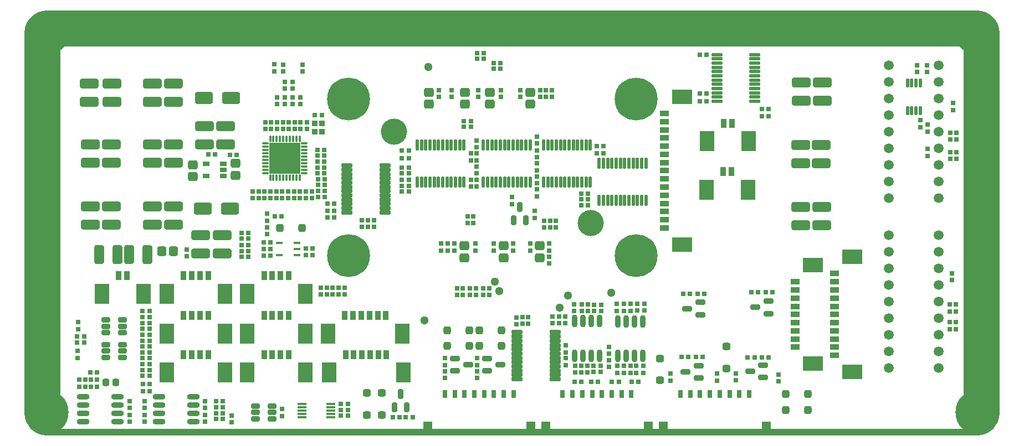
<source format=gbr>
G04*
G04 #@! TF.GenerationSoftware,Altium Limited,Altium Designer,24.9.1 (31)*
G04*
G04 Layer_Color=16711935*
%FSLAX44Y44*%
%MOMM*%
G71*
G04*
G04 #@! TF.SameCoordinates,11843470-2C0B-4DC8-9AB9-1888B6BF92CD*
G04*
G04*
G04 #@! TF.FilePolarity,Negative*
G04*
G01*
G75*
G04:AMPARAMS|DCode=76|XSize=1.1032mm|YSize=1.1532mm|CornerRadius=0.2016mm|HoleSize=0mm|Usage=FLASHONLY|Rotation=0.000|XOffset=0mm|YOffset=0mm|HoleType=Round|Shape=RoundedRectangle|*
%AMROUNDEDRECTD76*
21,1,1.1032,0.7500,0,0,0.0*
21,1,0.7000,1.1532,0,0,0.0*
1,1,0.4032,0.3500,-0.3750*
1,1,0.4032,-0.3500,-0.3750*
1,1,0.4032,-0.3500,0.3750*
1,1,0.4032,0.3500,0.3750*
%
%ADD76ROUNDEDRECTD76*%
G04:AMPARAMS|DCode=87|XSize=1.1532mm|YSize=1.0532mm|CornerRadius=0.3141mm|HoleSize=0mm|Usage=FLASHONLY|Rotation=270.000|XOffset=0mm|YOffset=0mm|HoleType=Round|Shape=RoundedRectangle|*
%AMROUNDEDRECTD87*
21,1,1.1532,0.4250,0,0,270.0*
21,1,0.5250,1.0532,0,0,270.0*
1,1,0.6282,-0.2125,-0.2625*
1,1,0.6282,-0.2125,0.2625*
1,1,0.6282,0.2125,0.2625*
1,1,0.6282,0.2125,-0.2625*
%
%ADD87ROUNDEDRECTD87*%
G04:AMPARAMS|DCode=91|XSize=1.4032mm|YSize=1.5032mm|CornerRadius=0.3516mm|HoleSize=0mm|Usage=FLASHONLY|Rotation=180.000|XOffset=0mm|YOffset=0mm|HoleType=Round|Shape=RoundedRectangle|*
%AMROUNDEDRECTD91*
21,1,1.4032,0.8000,0,0,180.0*
21,1,0.7000,1.5032,0,0,180.0*
1,1,0.7032,-0.3500,0.4000*
1,1,0.7032,0.3500,0.4000*
1,1,0.7032,0.3500,-0.4000*
1,1,0.7032,-0.3500,-0.4000*
%
%ADD91ROUNDEDRECTD91*%
G04:AMPARAMS|DCode=102|XSize=1.8432mm|YSize=0.7932mm|CornerRadius=0.2491mm|HoleSize=0mm|Usage=FLASHONLY|Rotation=180.000|XOffset=0mm|YOffset=0mm|HoleType=Round|Shape=RoundedRectangle|*
%AMROUNDEDRECTD102*
21,1,1.8432,0.2950,0,0,180.0*
21,1,1.3450,0.7932,0,0,180.0*
1,1,0.4982,-0.6725,0.1475*
1,1,0.4982,0.6725,0.1475*
1,1,0.4982,0.6725,-0.1475*
1,1,0.4982,-0.6725,-0.1475*
%
%ADD102ROUNDEDRECTD102*%
G04:AMPARAMS|DCode=103|XSize=1.4132mm|YSize=0.7932mm|CornerRadius=0.1754mm|HoleSize=0mm|Usage=FLASHONLY|Rotation=180.000|XOffset=0mm|YOffset=0mm|HoleType=Round|Shape=RoundedRectangle|*
%AMROUNDEDRECTD103*
21,1,1.4132,0.4425,0,0,180.0*
21,1,1.0625,0.7932,0,0,180.0*
1,1,0.3507,-0.5313,0.2213*
1,1,0.3507,0.5313,0.2213*
1,1,0.3507,0.5313,-0.2213*
1,1,0.3507,-0.5313,-0.2213*
%
%ADD103ROUNDEDRECTD103*%
G04:AMPARAMS|DCode=114|XSize=1.5232mm|YSize=0.8032mm|CornerRadius=0.1766mm|HoleSize=0mm|Usage=FLASHONLY|Rotation=180.000|XOffset=0mm|YOffset=0mm|HoleType=Round|Shape=RoundedRectangle|*
%AMROUNDEDRECTD114*
21,1,1.5232,0.4500,0,0,180.0*
21,1,1.1700,0.8032,0,0,180.0*
1,1,0.3532,-0.5850,0.2250*
1,1,0.3532,0.5850,0.2250*
1,1,0.3532,0.5850,-0.2250*
1,1,0.3532,-0.5850,-0.2250*
%
%ADD114ROUNDEDRECTD114*%
G04:AMPARAMS|DCode=115|XSize=1.8432mm|YSize=0.7932mm|CornerRadius=0.2491mm|HoleSize=0mm|Usage=FLASHONLY|Rotation=90.000|XOffset=0mm|YOffset=0mm|HoleType=Round|Shape=RoundedRectangle|*
%AMROUNDEDRECTD115*
21,1,1.8432,0.2950,0,0,90.0*
21,1,1.3450,0.7932,0,0,90.0*
1,1,0.4982,0.1475,0.6725*
1,1,0.4982,0.1475,-0.6725*
1,1,0.4982,-0.1475,-0.6725*
1,1,0.4982,-0.1475,0.6725*
%
%ADD115ROUNDEDRECTD115*%
G04:AMPARAMS|DCode=116|XSize=0.75mm|YSize=0.7mm|CornerRadius=0.2mm|HoleSize=0mm|Usage=FLASHONLY|Rotation=90.000|XOffset=0mm|YOffset=0mm|HoleType=Round|Shape=RoundedRectangle|*
%AMROUNDEDRECTD116*
21,1,0.7500,0.3000,0,0,90.0*
21,1,0.3500,0.7000,0,0,90.0*
1,1,0.4000,0.1500,0.1750*
1,1,0.4000,0.1500,-0.1750*
1,1,0.4000,-0.1500,-0.1750*
1,1,0.4000,-0.1500,0.1750*
%
%ADD116ROUNDEDRECTD116*%
%ADD117R,0.7524X1.1524*%
%ADD118R,1.4024X1.9524*%
G04:AMPARAMS|DCode=123|XSize=0.75mm|YSize=0.7mm|CornerRadius=0.2mm|HoleSize=0mm|Usage=FLASHONLY|Rotation=180.000|XOffset=0mm|YOffset=0mm|HoleType=Round|Shape=RoundedRectangle|*
%AMROUNDEDRECTD123*
21,1,0.7500,0.3000,0,0,180.0*
21,1,0.3500,0.7000,0,0,180.0*
1,1,0.4000,-0.1750,0.1500*
1,1,0.4000,0.1750,0.1500*
1,1,0.4000,0.1750,-0.1500*
1,1,0.4000,-0.1750,-0.1500*
%
%ADD123ROUNDEDRECTD123*%
G04:AMPARAMS|DCode=125|XSize=1.4032mm|YSize=1.5032mm|CornerRadius=0.3516mm|HoleSize=0mm|Usage=FLASHONLY|Rotation=270.000|XOffset=0mm|YOffset=0mm|HoleType=Round|Shape=RoundedRectangle|*
%AMROUNDEDRECTD125*
21,1,1.4032,0.8000,0,0,270.0*
21,1,0.7000,1.5032,0,0,270.0*
1,1,0.7032,-0.4000,-0.3500*
1,1,0.7032,-0.4000,0.3500*
1,1,0.7032,0.4000,0.3500*
1,1,0.7032,0.4000,-0.3500*
%
%ADD125ROUNDEDRECTD125*%
%ADD131C,1.3000*%
%ADD133C,1.5000*%
%ADD134C,1.5240*%
%ADD135C,6.5532*%
%ADD136C,4.0000*%
G04:AMPARAMS|DCode=155|XSize=1.3081mm|YSize=0.4572mm|CornerRadius=0.1143mm|HoleSize=0mm|Usage=FLASHONLY|Rotation=270.000|XOffset=0mm|YOffset=0mm|HoleType=Round|Shape=RoundedRectangle|*
%AMROUNDEDRECTD155*
21,1,1.3081,0.2286,0,0,270.0*
21,1,1.0795,0.4572,0,0,270.0*
1,1,0.2286,-0.1143,-0.5397*
1,1,0.2286,-0.1143,0.5397*
1,1,0.2286,0.1143,0.5397*
1,1,0.2286,0.1143,-0.5397*
%
%ADD155ROUNDEDRECTD155*%
%ADD156R,0.9779X0.4064*%
%ADD163R,1.4000X0.3000*%
G04:AMPARAMS|DCode=168|XSize=1.1mm|YSize=0.6mm|CornerRadius=0.05mm|HoleSize=0mm|Usage=FLASHONLY|Rotation=180.000|XOffset=0mm|YOffset=0mm|HoleType=Round|Shape=RoundedRectangle|*
%AMROUNDEDRECTD168*
21,1,1.1000,0.5000,0,0,180.0*
21,1,1.0000,0.6000,0,0,180.0*
1,1,0.1000,-0.5000,0.2500*
1,1,0.1000,0.5000,0.2500*
1,1,0.1000,0.5000,-0.2500*
1,1,0.1000,-0.5000,-0.2500*
%
%ADD168ROUNDEDRECTD168*%
G04:AMPARAMS|DCode=174|XSize=1.1032mm|YSize=1.1532mm|CornerRadius=0.2016mm|HoleSize=0mm|Usage=FLASHONLY|Rotation=270.000|XOffset=0mm|YOffset=0mm|HoleType=Round|Shape=RoundedRectangle|*
%AMROUNDEDRECTD174*
21,1,1.1032,0.7500,0,0,270.0*
21,1,0.7000,1.1532,0,0,270.0*
1,1,0.4032,-0.3750,-0.3500*
1,1,0.4032,-0.3750,0.3500*
1,1,0.4032,0.3750,0.3500*
1,1,0.4032,0.3750,-0.3500*
%
%ADD174ROUNDEDRECTD174*%
%ADD175R,1.4524X0.9524*%
%ADD176R,3.1524X2.2524*%
G04:AMPARAMS|DCode=177|XSize=1.67mm|YSize=0.51mm|CornerRadius=0.1013mm|HoleSize=0mm|Usage=FLASHONLY|Rotation=0.000|XOffset=0mm|YOffset=0mm|HoleType=Round|Shape=RoundedRectangle|*
%AMROUNDEDRECTD177*
21,1,1.6700,0.3075,0,0,0.0*
21,1,1.4675,0.5100,0,0,0.0*
1,1,0.2025,0.7338,-0.1538*
1,1,0.2025,-0.7338,-0.1538*
1,1,0.2025,-0.7338,0.1538*
1,1,0.2025,0.7338,0.1538*
%
%ADD177ROUNDEDRECTD177*%
G04:AMPARAMS|DCode=178|XSize=2.9032mm|YSize=1.5032mm|CornerRadius=0.3516mm|HoleSize=0mm|Usage=FLASHONLY|Rotation=180.000|XOffset=0mm|YOffset=0mm|HoleType=Round|Shape=RoundedRectangle|*
%AMROUNDEDRECTD178*
21,1,2.9032,0.8000,0,0,180.0*
21,1,2.2000,1.5032,0,0,180.0*
1,1,0.7032,-1.1000,0.4000*
1,1,0.7032,1.1000,0.4000*
1,1,0.7032,1.1000,-0.4000*
1,1,0.7032,-1.1000,-0.4000*
%
%ADD178ROUNDEDRECTD178*%
G04:AMPARAMS|DCode=179|XSize=1.7032mm|YSize=0.6532mm|CornerRadius=0.2141mm|HoleSize=0mm|Usage=FLASHONLY|Rotation=180.000|XOffset=0mm|YOffset=0mm|HoleType=Round|Shape=RoundedRectangle|*
%AMROUNDEDRECTD179*
21,1,1.7032,0.2250,0,0,180.0*
21,1,1.2750,0.6532,0,0,180.0*
1,1,0.4282,-0.6375,0.1125*
1,1,0.4282,0.6375,0.1125*
1,1,0.4282,0.6375,-0.1125*
1,1,0.4282,-0.6375,-0.1125*
%
%ADD179ROUNDEDRECTD179*%
G04:AMPARAMS|DCode=180|XSize=1.5232mm|YSize=0.8032mm|CornerRadius=0.1766mm|HoleSize=0mm|Usage=FLASHONLY|Rotation=90.000|XOffset=0mm|YOffset=0mm|HoleType=Round|Shape=RoundedRectangle|*
%AMROUNDEDRECTD180*
21,1,1.5232,0.4500,0,0,90.0*
21,1,1.1700,0.8032,0,0,90.0*
1,1,0.3532,0.2250,0.5850*
1,1,0.3532,0.2250,-0.5850*
1,1,0.3532,-0.2250,-0.5850*
1,1,0.3532,-0.2250,0.5850*
%
%ADD180ROUNDEDRECTD180*%
%ADD181R,0.9524X1.4524*%
%ADD182R,2.2524X3.1524*%
G04:AMPARAMS|DCode=183|XSize=2.9032mm|YSize=1.5032mm|CornerRadius=0.3516mm|HoleSize=0mm|Usage=FLASHONLY|Rotation=270.000|XOffset=0mm|YOffset=0mm|HoleType=Round|Shape=RoundedRectangle|*
%AMROUNDEDRECTD183*
21,1,2.9032,0.8000,0,0,270.0*
21,1,2.2000,1.5032,0,0,270.0*
1,1,0.7032,-0.4000,-1.1000*
1,1,0.7032,-0.4000,1.1000*
1,1,0.7032,0.4000,1.1000*
1,1,0.7032,0.4000,-1.1000*
%
%ADD183ROUNDEDRECTD183*%
G04:AMPARAMS|DCode=184|XSize=1.8532mm|YSize=2.7532mm|CornerRadius=0.3516mm|HoleSize=0mm|Usage=FLASHONLY|Rotation=90.000|XOffset=0mm|YOffset=0mm|HoleType=Round|Shape=RoundedRectangle|*
%AMROUNDEDRECTD184*
21,1,1.8532,2.0500,0,0,90.0*
21,1,1.1500,2.7532,0,0,90.0*
1,1,0.7032,1.0250,0.5750*
1,1,0.7032,1.0250,-0.5750*
1,1,0.7032,-1.0250,-0.5750*
1,1,0.7032,-1.0250,0.5750*
%
%ADD184ROUNDEDRECTD184*%
G04:AMPARAMS|DCode=185|XSize=0.94mm|YSize=0.36mm|CornerRadius=0.0825mm|HoleSize=0mm|Usage=FLASHONLY|Rotation=270.000|XOffset=0mm|YOffset=0mm|HoleType=Round|Shape=RoundedRectangle|*
%AMROUNDEDRECTD185*
21,1,0.9400,0.1950,0,0,270.0*
21,1,0.7750,0.3600,0,0,270.0*
1,1,0.1650,-0.0975,-0.3875*
1,1,0.1650,-0.0975,0.3875*
1,1,0.1650,0.0975,0.3875*
1,1,0.1650,0.0975,-0.3875*
%
%ADD185ROUNDEDRECTD185*%
G04:AMPARAMS|DCode=186|XSize=0.36mm|YSize=0.94mm|CornerRadius=0.0825mm|HoleSize=0mm|Usage=FLASHONLY|Rotation=270.000|XOffset=0mm|YOffset=0mm|HoleType=Round|Shape=RoundedRectangle|*
%AMROUNDEDRECTD186*
21,1,0.3600,0.7750,0,0,270.0*
21,1,0.1950,0.9400,0,0,270.0*
1,1,0.1650,-0.3875,-0.0975*
1,1,0.1650,-0.3875,0.0975*
1,1,0.1650,0.3875,0.0975*
1,1,0.1650,0.3875,-0.0975*
%
%ADD186ROUNDEDRECTD186*%
%ADD187R,4.7000X4.7000*%
G04:AMPARAMS|DCode=188|XSize=1.67mm|YSize=0.51mm|CornerRadius=0.1013mm|HoleSize=0mm|Usage=FLASHONLY|Rotation=270.000|XOffset=0mm|YOffset=0mm|HoleType=Round|Shape=RoundedRectangle|*
%AMROUNDEDRECTD188*
21,1,1.6700,0.3075,0,0,270.0*
21,1,1.4675,0.5100,0,0,270.0*
1,1,0.2025,-0.1538,-0.7338*
1,1,0.2025,-0.1538,0.7338*
1,1,0.2025,0.1538,0.7338*
1,1,0.2025,0.1538,-0.7338*
%
%ADD188ROUNDEDRECTD188*%
%ADD189R,0.8500X0.9500*%
G36*
X40000Y655000D02*
X1460000D01*
X1460000Y655000D01*
X1462294Y655000D01*
X1466843Y654401D01*
X1471275Y653214D01*
X1475513Y651458D01*
X1479487Y649164D01*
X1483127Y646371D01*
X1486371Y643127D01*
X1489164Y639487D01*
X1491458Y635514D01*
X1493214Y631275D01*
X1494401Y626843D01*
X1495000Y622294D01*
X1495000Y620000D01*
X1495000Y40000D01*
X1495000Y40000D01*
Y37706D01*
X1494401Y33157D01*
X1493213Y28725D01*
X1491458Y24486D01*
X1489164Y20513D01*
X1486371Y16873D01*
X1483126Y13629D01*
X1479487Y10836D01*
X1475513Y8542D01*
X1471274Y6786D01*
X1466843Y5599D01*
X1462294Y5000D01*
X39998D01*
X37704Y5000D01*
X33155Y5599D01*
X28723Y6786D01*
X24485Y8542D01*
X20512Y10836D01*
X16872Y13629D01*
X13628Y16874D01*
X10835Y20513D01*
X8541Y24487D01*
X6786Y28726D01*
X5598Y33157D01*
X5000Y37706D01*
X5000Y40000D01*
Y70000D01*
Y110000D01*
Y620000D01*
X5000Y622294D01*
X5598Y626843D01*
X6786Y631275D01*
X8541Y635514D01*
X10835Y639487D01*
X13628Y643127D01*
X16873Y646372D01*
X20513Y649165D01*
X24486Y651459D01*
X28725Y653214D01*
X33157Y654401D01*
X37706Y655000D01*
X40000Y655000D01*
D02*
G37*
%LPC*%
G36*
X1440001Y600000D02*
X60000D01*
Y110000D01*
Y70000D01*
Y15157D01*
X1440000D01*
X1440001Y600000D01*
D02*
G37*
%LPD*%
D76*
X1168189Y67968D02*
D03*
X1201800Y68000D02*
D03*
X1168189Y43968D02*
D03*
X1201800Y44000D02*
D03*
X700190Y141968D02*
D03*
X733800Y142000D02*
D03*
X651189Y141968D02*
D03*
X684800Y142000D02*
D03*
X651189Y165968D02*
D03*
X684800Y166000D02*
D03*
X700189Y165968D02*
D03*
X733800Y166000D02*
D03*
X428800Y322250D02*
D03*
X395189Y322218D02*
D03*
D87*
X129250Y86000D02*
D03*
X144750D02*
D03*
D91*
X233000Y287002D02*
D03*
X215000D02*
D03*
D102*
X94650Y51350D02*
D03*
Y38650D02*
D03*
X147350Y64050D02*
D03*
Y25950D02*
D03*
X94650D02*
D03*
Y64050D02*
D03*
X147350Y38650D02*
D03*
Y51350D02*
D03*
X263350Y25950D02*
D03*
X210650Y51350D02*
D03*
Y25950D02*
D03*
Y38650D02*
D03*
X263350Y64050D02*
D03*
X210650D02*
D03*
X263350Y38650D02*
D03*
Y51350D02*
D03*
D103*
X358450Y30500D02*
D03*
Y49500D02*
D03*
X383550D02*
D03*
Y40000D02*
D03*
Y30500D02*
D03*
X358450Y40000D02*
D03*
X129450Y143500D02*
D03*
Y134000D02*
D03*
Y124500D02*
D03*
X154550D02*
D03*
Y143500D02*
D03*
Y134000D02*
D03*
Y181500D02*
D03*
Y162500D02*
D03*
X129450D02*
D03*
Y172000D02*
D03*
Y181500D02*
D03*
X154550Y172000D02*
D03*
D114*
X1114000Y103000D02*
D03*
X1134000Y112500D02*
D03*
Y93500D02*
D03*
X1122000Y201000D02*
D03*
X1142000Y210500D02*
D03*
Y191500D02*
D03*
X1018000Y199000D02*
D03*
X1038000Y208500D02*
D03*
Y189500D02*
D03*
X1015000Y102000D02*
D03*
X1035000Y111500D02*
D03*
Y92500D02*
D03*
X712000Y103500D02*
D03*
X732000Y113000D02*
D03*
X712000Y122500D02*
D03*
X663000Y103500D02*
D03*
X683000Y113000D02*
D03*
X663000Y122500D02*
D03*
D115*
X871300Y179700D02*
D03*
X884000Y127000D02*
D03*
X858600Y179700D02*
D03*
X845900D02*
D03*
X858600Y127000D02*
D03*
X871300D02*
D03*
X845900D02*
D03*
X884000Y179700D02*
D03*
X937350Y179350D02*
D03*
X950050Y126650D02*
D03*
X924650Y179350D02*
D03*
X911950D02*
D03*
X924650Y126650D02*
D03*
X937350D02*
D03*
X911950D02*
D03*
X950050Y179350D02*
D03*
D116*
X1384000Y571250D02*
D03*
Y560750D02*
D03*
X1385000Y432750D02*
D03*
Y443250D02*
D03*
X1374000Y476750D02*
D03*
Y487250D02*
D03*
X1385000Y480250D02*
D03*
Y469750D02*
D03*
X1369000Y571250D02*
D03*
Y560750D02*
D03*
X253000Y278750D02*
D03*
Y289250D02*
D03*
X415000Y535750D02*
D03*
Y546250D02*
D03*
X696000Y385750D02*
D03*
Y396250D02*
D03*
X430000Y561750D02*
D03*
Y572250D02*
D03*
X638002Y533250D02*
D03*
Y522750D02*
D03*
X793001Y533250D02*
D03*
Y522750D02*
D03*
X763001Y533250D02*
D03*
Y522750D02*
D03*
X722001Y298250D02*
D03*
Y287750D02*
D03*
X752002Y298250D02*
D03*
Y287750D02*
D03*
X662001Y298250D02*
D03*
Y287750D02*
D03*
X694001Y298250D02*
D03*
Y287750D02*
D03*
X778001Y298250D02*
D03*
Y287750D02*
D03*
X733001Y533250D02*
D03*
Y522750D02*
D03*
X807001Y298250D02*
D03*
Y287750D02*
D03*
X658001Y533250D02*
D03*
Y522750D02*
D03*
X698001Y533250D02*
D03*
Y522750D02*
D03*
X1132000Y504250D02*
D03*
Y493750D02*
D03*
X166000Y46750D02*
D03*
Y57250D02*
D03*
X757000Y174750D02*
D03*
Y185250D02*
D03*
X812000Y176750D02*
D03*
Y187250D02*
D03*
X1157000Y87750D02*
D03*
Y98250D02*
D03*
X1092000Y89500D02*
D03*
Y100000D02*
D03*
X1063000Y88750D02*
D03*
Y99250D02*
D03*
X992000Y88750D02*
D03*
Y99250D02*
D03*
X1422000Y242750D02*
D03*
Y253250D02*
D03*
X363000Y378250D02*
D03*
Y367750D02*
D03*
X1424000Y513500D02*
D03*
Y503000D02*
D03*
X281000Y46750D02*
D03*
Y57250D02*
D03*
X391000Y473750D02*
D03*
Y484250D02*
D03*
X382000Y473750D02*
D03*
Y484250D02*
D03*
X437000Y473750D02*
D03*
Y484250D02*
D03*
X86000Y134250D02*
D03*
Y123750D02*
D03*
X87000Y167750D02*
D03*
Y178250D02*
D03*
X880000Y436750D02*
D03*
Y447250D02*
D03*
X403000Y546250D02*
D03*
Y535750D02*
D03*
X642001Y298250D02*
D03*
Y287750D02*
D03*
X652001Y298250D02*
D03*
Y287750D02*
D03*
X706000Y219750D02*
D03*
Y230250D02*
D03*
X675000Y219750D02*
D03*
Y230250D02*
D03*
X400000Y572250D02*
D03*
Y561750D02*
D03*
X386650Y572641D02*
D03*
Y562141D02*
D03*
X391000Y522250D02*
D03*
Y511750D02*
D03*
X427000Y522250D02*
D03*
Y511750D02*
D03*
X403000Y511750D02*
D03*
Y522250D02*
D03*
X415000Y511750D02*
D03*
Y522250D02*
D03*
X775000Y175750D02*
D03*
Y186250D02*
D03*
X831000Y176750D02*
D03*
Y187250D02*
D03*
X1419000Y205250D02*
D03*
Y194750D02*
D03*
X1420000Y427750D02*
D03*
Y438250D02*
D03*
X1428000Y194750D02*
D03*
Y205250D02*
D03*
X1429000Y427750D02*
D03*
Y438250D02*
D03*
X1419000Y178250D02*
D03*
Y167750D02*
D03*
X1420000Y457750D02*
D03*
Y468250D02*
D03*
X1428000Y167750D02*
D03*
Y178250D02*
D03*
X1429000Y457750D02*
D03*
Y468250D02*
D03*
X715000Y219750D02*
D03*
Y230250D02*
D03*
X322000Y24750D02*
D03*
Y35250D02*
D03*
X376000Y323250D02*
D03*
Y312750D02*
D03*
X376000Y344250D02*
D03*
Y333750D02*
D03*
X196000Y83250D02*
D03*
Y72750D02*
D03*
X186000Y83250D02*
D03*
Y72750D02*
D03*
X682000Y340250D02*
D03*
Y329750D02*
D03*
X189000Y57250D02*
D03*
Y46750D02*
D03*
X281000Y36250D02*
D03*
Y25750D02*
D03*
X539000Y334250D02*
D03*
Y323750D02*
D03*
X766000Y175750D02*
D03*
Y186250D02*
D03*
X822000Y176750D02*
D03*
Y187250D02*
D03*
X697000Y103250D02*
D03*
Y92750D02*
D03*
X648000Y103250D02*
D03*
Y92750D02*
D03*
X697000Y112750D02*
D03*
Y123250D02*
D03*
X648000Y112750D02*
D03*
Y123250D02*
D03*
X811000Y533250D02*
D03*
Y522750D02*
D03*
X691000Y340250D02*
D03*
Y329750D02*
D03*
X166000Y25750D02*
D03*
Y36250D02*
D03*
X98000Y79750D02*
D03*
Y90250D02*
D03*
X116000Y90250D02*
D03*
Y79750D02*
D03*
X910000Y206250D02*
D03*
Y195750D02*
D03*
X911000Y100750D02*
D03*
Y111250D02*
D03*
X831950Y132100D02*
D03*
Y142600D02*
D03*
X898000Y129750D02*
D03*
Y140250D02*
D03*
X844950Y205600D02*
D03*
Y195100D02*
D03*
X898000Y120000D02*
D03*
Y109500D02*
D03*
X832000Y123250D02*
D03*
Y112750D02*
D03*
X846950Y101100D02*
D03*
Y111600D02*
D03*
X921000Y206250D02*
D03*
Y195750D02*
D03*
X931000Y206250D02*
D03*
Y195750D02*
D03*
X921000Y100750D02*
D03*
Y111250D02*
D03*
X931000Y100750D02*
D03*
Y111250D02*
D03*
X856950Y205600D02*
D03*
Y195100D02*
D03*
X865950Y205600D02*
D03*
Y195100D02*
D03*
X855950Y101100D02*
D03*
Y111600D02*
D03*
X864950Y101100D02*
D03*
Y111600D02*
D03*
X799210Y333750D02*
D03*
Y323250D02*
D03*
X808210Y333750D02*
D03*
Y323250D02*
D03*
X817210D02*
D03*
Y333750D02*
D03*
X399000Y34750D02*
D03*
Y45250D02*
D03*
X802000Y533250D02*
D03*
Y522750D02*
D03*
X696000Y445750D02*
D03*
Y456250D02*
D03*
X427000Y473750D02*
D03*
Y484250D02*
D03*
X373000Y473750D02*
D03*
Y484250D02*
D03*
X435000Y378250D02*
D03*
Y367750D02*
D03*
X418000Y473750D02*
D03*
Y484250D02*
D03*
X409000Y473750D02*
D03*
Y484250D02*
D03*
X426000Y378250D02*
D03*
Y367750D02*
D03*
X400000Y473750D02*
D03*
Y484250D02*
D03*
X785000Y348250D02*
D03*
Y337750D02*
D03*
X750000Y359000D02*
D03*
Y369500D02*
D03*
X807000Y267750D02*
D03*
Y278250D02*
D03*
X494000Y220750D02*
D03*
Y231250D02*
D03*
X476000Y220750D02*
D03*
Y231250D02*
D03*
X485000Y220750D02*
D03*
Y231250D02*
D03*
X467000Y231250D02*
D03*
Y220750D02*
D03*
X107000Y90250D02*
D03*
Y79750D02*
D03*
X89000D02*
D03*
Y90250D02*
D03*
X408000Y378250D02*
D03*
Y367750D02*
D03*
X399000Y378250D02*
D03*
Y367750D02*
D03*
X390000Y378250D02*
D03*
Y367750D02*
D03*
X381000Y378250D02*
D03*
Y367750D02*
D03*
X372000Y378250D02*
D03*
Y367750D02*
D03*
X354000Y378250D02*
D03*
Y367750D02*
D03*
X417000Y378250D02*
D03*
Y367750D02*
D03*
X666000Y219750D02*
D03*
Y230250D02*
D03*
X695000D02*
D03*
Y219750D02*
D03*
X686000Y230250D02*
D03*
Y219750D02*
D03*
X521000Y334250D02*
D03*
Y323750D02*
D03*
X530000Y334250D02*
D03*
Y323750D02*
D03*
X687000Y385750D02*
D03*
Y396250D02*
D03*
X696000Y436250D02*
D03*
Y425750D02*
D03*
Y416250D02*
D03*
Y405750D02*
D03*
X458000Y220750D02*
D03*
Y231250D02*
D03*
X189000Y36250D02*
D03*
Y25750D02*
D03*
X788000Y462250D02*
D03*
Y451750D02*
D03*
Y370750D02*
D03*
Y381250D02*
D03*
X1142000Y504250D02*
D03*
Y493750D02*
D03*
X890000Y447250D02*
D03*
Y436750D02*
D03*
X687000Y425750D02*
D03*
Y436250D02*
D03*
X788000Y401250D02*
D03*
Y390750D02*
D03*
Y430750D02*
D03*
Y441250D02*
D03*
Y421250D02*
D03*
Y410750D02*
D03*
X444000Y378250D02*
D03*
Y367750D02*
D03*
D117*
X917500Y68700D02*
D03*
X887500D02*
D03*
X857500D02*
D03*
X827500D02*
D03*
X842500D02*
D03*
X872500D02*
D03*
X902500D02*
D03*
X932500D02*
D03*
X722500D02*
D03*
X752500D02*
D03*
X692500D02*
D03*
X662500D02*
D03*
X737500D02*
D03*
X707500D02*
D03*
X677500D02*
D03*
X647500D02*
D03*
X1112500D02*
D03*
X1082500D02*
D03*
X1052500D02*
D03*
X1022500D02*
D03*
X1007500D02*
D03*
X1037500D02*
D03*
X1067500D02*
D03*
X1097500D02*
D03*
D118*
X801450Y16800D02*
D03*
X958550D02*
D03*
X621450D02*
D03*
X778550D02*
D03*
X981450D02*
D03*
X1138550D02*
D03*
D123*
X1047250Y587000D02*
D03*
X1036750D02*
D03*
X285750Y435000D02*
D03*
X296250D02*
D03*
X1047250Y516000D02*
D03*
X1036750D02*
D03*
X478250Y349000D02*
D03*
X467750D02*
D03*
X459250Y495000D02*
D03*
X448750D02*
D03*
X488750Y53000D02*
D03*
X499250D02*
D03*
X387750Y340250D02*
D03*
X398250D02*
D03*
X96250Y147000D02*
D03*
X85750D02*
D03*
X96250Y156000D02*
D03*
X85750D02*
D03*
X381250Y300250D02*
D03*
X370750D02*
D03*
X592250Y406000D02*
D03*
X581750D02*
D03*
X866250Y357000D02*
D03*
X855750D02*
D03*
X318750Y434000D02*
D03*
X329250D02*
D03*
X707250Y590000D02*
D03*
X696750D02*
D03*
X1126250Y224000D02*
D03*
X1115750D02*
D03*
X1137750D02*
D03*
X1148250D02*
D03*
X1120500Y124000D02*
D03*
X1110000D02*
D03*
X1131750D02*
D03*
X1142250D02*
D03*
X1019250Y125000D02*
D03*
X1008750D02*
D03*
X1030750D02*
D03*
X1041250D02*
D03*
X1022250Y222000D02*
D03*
X1011750D02*
D03*
X1033750D02*
D03*
X1044250D02*
D03*
X707250Y581000D02*
D03*
X696750D02*
D03*
X721750Y575000D02*
D03*
X732250D02*
D03*
X721750Y566000D02*
D03*
X732250D02*
D03*
X676750Y486000D02*
D03*
X687250D02*
D03*
X676750Y477000D02*
D03*
X687250D02*
D03*
X488750Y35000D02*
D03*
X499250D02*
D03*
X488750Y44000D02*
D03*
X499250D02*
D03*
X445250Y281250D02*
D03*
X434750D02*
D03*
X445250Y291250D02*
D03*
X434750D02*
D03*
X370750Y280250D02*
D03*
X381250D02*
D03*
X370750Y290250D02*
D03*
X381250D02*
D03*
X336750Y315000D02*
D03*
X347250D02*
D03*
X587750Y33000D02*
D03*
X598250D02*
D03*
X578250Y33000D02*
D03*
X567750D02*
D03*
X308250Y39000D02*
D03*
X297750D02*
D03*
X308250Y48000D02*
D03*
X297750D02*
D03*
X297750Y30000D02*
D03*
X308250D02*
D03*
X297750Y57000D02*
D03*
X308250D02*
D03*
X336750Y306000D02*
D03*
X347250D02*
D03*
X347250Y296000D02*
D03*
X336750D02*
D03*
X196250Y186000D02*
D03*
X185750D02*
D03*
X196250Y177000D02*
D03*
X185750D02*
D03*
X196250Y114000D02*
D03*
X185750D02*
D03*
X196250Y105000D02*
D03*
X185750D02*
D03*
X196250Y150000D02*
D03*
X185750D02*
D03*
X196250Y141000D02*
D03*
X185750D02*
D03*
X185750Y195000D02*
D03*
X196250D02*
D03*
X185750Y168000D02*
D03*
X196250D02*
D03*
X185750Y123000D02*
D03*
X196250D02*
D03*
X185750Y96000D02*
D03*
X196250D02*
D03*
X105750Y101000D02*
D03*
X116250D02*
D03*
X185750Y159000D02*
D03*
X196250D02*
D03*
X185750Y132000D02*
D03*
X196250D02*
D03*
X845750Y87000D02*
D03*
X856250D02*
D03*
X941750Y196000D02*
D03*
X952250D02*
D03*
X932750Y87000D02*
D03*
X943250D02*
D03*
X940000Y111250D02*
D03*
X950500D02*
D03*
X902750Y87000D02*
D03*
X913250D02*
D03*
X875700Y195350D02*
D03*
X886200D02*
D03*
X870750Y87000D02*
D03*
X881250D02*
D03*
X874700Y111350D02*
D03*
X885200D02*
D03*
X941750Y206000D02*
D03*
X952250D02*
D03*
X940000Y100750D02*
D03*
X950500D02*
D03*
X875700Y204350D02*
D03*
X886200D02*
D03*
X874700Y102350D02*
D03*
X885200D02*
D03*
X592250Y441000D02*
D03*
X581750D02*
D03*
X453750Y370000D02*
D03*
X464250D02*
D03*
X452750Y406000D02*
D03*
X463250D02*
D03*
X463250Y415000D02*
D03*
X452750D02*
D03*
X463250Y424000D02*
D03*
X452750D02*
D03*
X463250Y433000D02*
D03*
X452750D02*
D03*
X463250Y442000D02*
D03*
X452750D02*
D03*
X464250Y379000D02*
D03*
X453750D02*
D03*
X347250Y287000D02*
D03*
X336750D02*
D03*
X336750Y278000D02*
D03*
X347250D02*
D03*
X464250Y388000D02*
D03*
X453750D02*
D03*
X581750Y387000D02*
D03*
X592250D02*
D03*
X581750Y378000D02*
D03*
X592250D02*
D03*
X478250Y338000D02*
D03*
X467750D02*
D03*
X478250Y360000D02*
D03*
X467750D02*
D03*
X581750Y396000D02*
D03*
X592250D02*
D03*
X866250Y366000D02*
D03*
X855750D02*
D03*
X1036750Y528000D02*
D03*
X1047250D02*
D03*
X866250Y375000D02*
D03*
X855750D02*
D03*
X592250Y415000D02*
D03*
X581750D02*
D03*
Y429000D02*
D03*
X592250D02*
D03*
X464250Y397000D02*
D03*
X453750D02*
D03*
D125*
X327998Y421000D02*
D03*
Y403000D02*
D03*
X262748Y419000D02*
D03*
Y401000D02*
D03*
X678000Y530000D02*
D03*
Y512000D02*
D03*
X716000Y530000D02*
D03*
Y512000D02*
D03*
X778000Y530000D02*
D03*
Y512000D02*
D03*
X677000Y295000D02*
D03*
Y277000D02*
D03*
X737000Y295000D02*
D03*
Y277000D02*
D03*
X792000Y295000D02*
D03*
Y277000D02*
D03*
X623000Y530000D02*
D03*
Y512000D02*
D03*
D131*
X622000Y569000D02*
D03*
X616000Y181000D02*
D03*
X823000Y200000D02*
D03*
X902000Y223000D02*
D03*
X836000Y219000D02*
D03*
X731000Y226000D02*
D03*
X724000Y240000D02*
D03*
D133*
X1402100Y368400D02*
D03*
Y393800D02*
D03*
X1325900Y368400D02*
D03*
Y393800D02*
D03*
X1402100Y419200D02*
D03*
X1325900D02*
D03*
X1402100Y470000D02*
D03*
Y444600D02*
D03*
Y520800D02*
D03*
X1325900Y571600D02*
D03*
X1402100D02*
D03*
Y546200D02*
D03*
X1325900Y495400D02*
D03*
Y470000D02*
D03*
Y444600D02*
D03*
Y546200D02*
D03*
X1402100Y495400D02*
D03*
X1325900Y520800D02*
D03*
Y286200D02*
D03*
Y184600D02*
D03*
Y210000D02*
D03*
Y235400D02*
D03*
X1402100Y286200D02*
D03*
Y311600D02*
D03*
X1325900D02*
D03*
X1402100Y260800D02*
D03*
X1325900Y159200D02*
D03*
X1402100D02*
D03*
X1325900Y133800D02*
D03*
Y108400D02*
D03*
X1402100Y133800D02*
D03*
Y108400D02*
D03*
Y184600D02*
D03*
Y210000D02*
D03*
Y235400D02*
D03*
X1325900Y260800D02*
D03*
D134*
X17140Y620000D02*
D03*
X23836Y603835D02*
D03*
X40000Y597140D02*
D03*
X23836Y636165D02*
D03*
X40000Y642860D02*
D03*
X56164Y603835D02*
D03*
Y636165D02*
D03*
X62860Y620000D02*
D03*
X1460000Y597140D02*
D03*
X1476164Y603835D02*
D03*
X1443836D02*
D03*
X1482860Y620000D02*
D03*
X1437140D02*
D03*
X1476164Y636165D02*
D03*
X1443836D02*
D03*
X1460000Y642860D02*
D03*
X1443836Y23836D02*
D03*
X1437140Y40000D02*
D03*
X1460000Y17140D02*
D03*
X1476164Y56164D02*
D03*
X1443836D02*
D03*
X1460000Y62860D02*
D03*
X1476164Y23836D02*
D03*
X1482860Y40000D02*
D03*
X23836Y23836D02*
D03*
X40000Y17140D02*
D03*
X17140Y40000D02*
D03*
X56164Y23836D02*
D03*
Y56164D02*
D03*
X62860Y40000D02*
D03*
X23836Y56164D02*
D03*
X40000Y62860D02*
D03*
X483835Y503836D02*
D03*
X500000Y497140D02*
D03*
X516164Y503836D02*
D03*
X477140Y520000D02*
D03*
X522860D02*
D03*
X483835Y536164D02*
D03*
X516164D02*
D03*
X500000Y542860D02*
D03*
X940000Y257140D02*
D03*
X923835Y263836D02*
D03*
X956165D02*
D03*
X917140Y280000D02*
D03*
X923835Y296164D02*
D03*
X962860Y280000D02*
D03*
X940000Y302860D02*
D03*
X956165Y296164D02*
D03*
X483835Y263836D02*
D03*
X500000Y257140D02*
D03*
X516164Y263836D02*
D03*
X477140Y280000D02*
D03*
X522860D02*
D03*
X483835Y296164D02*
D03*
X516164D02*
D03*
X500000Y302860D02*
D03*
X923835Y503836D02*
D03*
X917140Y520000D02*
D03*
X923835Y536164D02*
D03*
X940000Y497140D02*
D03*
X956165Y503836D02*
D03*
Y536164D02*
D03*
X962860Y520000D02*
D03*
X940000Y542860D02*
D03*
D135*
X40000Y620000D02*
D03*
X1460000D02*
D03*
Y40000D02*
D03*
X40000D02*
D03*
X500000Y520000D02*
D03*
X940000Y280000D02*
D03*
X500000D02*
D03*
X940000Y520000D02*
D03*
D136*
X570000Y470000D02*
D03*
X870000Y330000D02*
D03*
D155*
X1354250Y544526D02*
D03*
X1360750D02*
D03*
X1367250D02*
D03*
X1373750D02*
D03*
Y501474D02*
D03*
X1367250D02*
D03*
X1360750D02*
D03*
X1354250D02*
D03*
D156*
X394602Y299775D02*
D03*
Y280725D02*
D03*
X421399Y280852D02*
D03*
Y290250D02*
D03*
Y299648D02*
D03*
D163*
X473000Y48000D02*
D03*
X429000Y38000D02*
D03*
Y33000D02*
D03*
Y48000D02*
D03*
Y43000D02*
D03*
X473000Y38000D02*
D03*
Y43000D02*
D03*
Y53000D02*
D03*
Y33000D02*
D03*
X429000Y53000D02*
D03*
D168*
X282750Y401500D02*
D03*
Y420500D02*
D03*
X308750Y401500D02*
D03*
Y420500D02*
D03*
Y411000D02*
D03*
D174*
X528000Y69800D02*
D03*
X528032Y36189D02*
D03*
X1078032Y107189D02*
D03*
X1078000Y140800D02*
D03*
X976032Y89189D02*
D03*
X976000Y122800D02*
D03*
X551000Y69800D02*
D03*
X551032Y36189D02*
D03*
D175*
X982500Y410000D02*
D03*
Y397500D02*
D03*
Y322500D02*
D03*
Y435000D02*
D03*
Y422500D02*
D03*
Y485000D02*
D03*
Y472500D02*
D03*
Y460000D02*
D03*
Y447500D02*
D03*
Y385000D02*
D03*
Y372500D02*
D03*
Y360000D02*
D03*
Y347500D02*
D03*
Y335000D02*
D03*
Y497500D02*
D03*
X1182500Y240000D02*
D03*
Y215000D02*
D03*
Y202500D02*
D03*
Y190000D02*
D03*
Y177500D02*
D03*
Y165000D02*
D03*
Y152500D02*
D03*
Y140000D02*
D03*
Y227500D02*
D03*
X1242500Y252500D02*
D03*
Y227500D02*
D03*
Y215000D02*
D03*
Y202500D02*
D03*
Y190000D02*
D03*
Y177500D02*
D03*
Y165000D02*
D03*
Y152500D02*
D03*
Y140000D02*
D03*
Y127500D02*
D03*
Y240000D02*
D03*
D176*
X1010000Y297000D02*
D03*
Y523000D02*
D03*
X1210000Y114500D02*
D03*
Y265500D02*
D03*
X1270000Y102000D02*
D03*
Y278000D02*
D03*
D177*
X1063300Y516250D02*
D03*
Y522750D02*
D03*
Y529250D02*
D03*
Y535750D02*
D03*
Y542250D02*
D03*
Y548750D02*
D03*
Y555250D02*
D03*
Y561750D02*
D03*
Y568250D02*
D03*
Y574750D02*
D03*
Y581250D02*
D03*
Y587750D02*
D03*
X1120700D02*
D03*
Y581250D02*
D03*
Y574750D02*
D03*
Y568250D02*
D03*
Y561750D02*
D03*
Y555250D02*
D03*
Y548750D02*
D03*
Y542250D02*
D03*
Y535750D02*
D03*
Y529250D02*
D03*
Y522750D02*
D03*
Y516250D02*
D03*
D178*
X1224000Y517000D02*
D03*
Y545000D02*
D03*
X1192000Y517000D02*
D03*
Y545000D02*
D03*
X1190920Y421653D02*
D03*
Y449653D02*
D03*
X1222920Y421653D02*
D03*
Y449653D02*
D03*
X1222931Y326653D02*
D03*
Y354653D02*
D03*
X1190931Y326653D02*
D03*
Y354653D02*
D03*
X106000Y327000D02*
D03*
Y355000D02*
D03*
X138000Y327000D02*
D03*
Y355000D02*
D03*
X201000Y327000D02*
D03*
Y355000D02*
D03*
X233000Y327000D02*
D03*
Y355000D02*
D03*
X307000Y283000D02*
D03*
Y311000D02*
D03*
X274000Y283000D02*
D03*
Y311000D02*
D03*
X201000Y422000D02*
D03*
Y450000D02*
D03*
X233000Y422000D02*
D03*
Y450000D02*
D03*
X138000Y422000D02*
D03*
Y450000D02*
D03*
X106000Y422000D02*
D03*
Y450000D02*
D03*
X104000Y515000D02*
D03*
Y543000D02*
D03*
X139000Y515000D02*
D03*
Y543000D02*
D03*
X233000Y515000D02*
D03*
Y543000D02*
D03*
X201000Y515000D02*
D03*
Y543000D02*
D03*
X280000Y450000D02*
D03*
Y478000D02*
D03*
X312000Y450000D02*
D03*
Y478000D02*
D03*
D179*
X758000Y91250D02*
D03*
Y97750D02*
D03*
Y104250D02*
D03*
Y110750D02*
D03*
Y117250D02*
D03*
Y123750D02*
D03*
Y130250D02*
D03*
Y136750D02*
D03*
X816000Y117250D02*
D03*
Y110750D02*
D03*
Y104250D02*
D03*
Y97750D02*
D03*
Y143250D02*
D03*
Y136750D02*
D03*
Y130250D02*
D03*
Y123750D02*
D03*
Y162750D02*
D03*
Y149750D02*
D03*
X758000D02*
D03*
Y156250D02*
D03*
X816000D02*
D03*
X758000Y162750D02*
D03*
X816000Y91250D02*
D03*
X758000Y143250D02*
D03*
X498000Y398250D02*
D03*
X556000Y365750D02*
D03*
X498000Y359250D02*
D03*
Y346250D02*
D03*
X556000Y352750D02*
D03*
Y359250D02*
D03*
Y372250D02*
D03*
Y378750D02*
D03*
Y385250D02*
D03*
Y391750D02*
D03*
Y398250D02*
D03*
Y404750D02*
D03*
Y411250D02*
D03*
Y417750D02*
D03*
X498000Y411250D02*
D03*
Y404750D02*
D03*
Y385250D02*
D03*
Y372250D02*
D03*
Y365750D02*
D03*
Y378750D02*
D03*
Y391750D02*
D03*
Y352750D02*
D03*
X556000Y346250D02*
D03*
X498000Y417750D02*
D03*
D180*
X580000Y68000D02*
D03*
X589500Y48000D02*
D03*
X570500D02*
D03*
X752252Y334210D02*
D03*
X771251D02*
D03*
X761751Y354210D02*
D03*
D181*
X408750Y188500D02*
D03*
X383750D02*
D03*
X396250D02*
D03*
X371250D02*
D03*
X495750Y128500D02*
D03*
X545750D02*
D03*
X558250D02*
D03*
X508250D02*
D03*
X533250D02*
D03*
X520750D02*
D03*
X494750Y188500D02*
D03*
X557250D02*
D03*
X544750D02*
D03*
X507250D02*
D03*
X532250D02*
D03*
X519750D02*
D03*
X273250Y188500D02*
D03*
X260750D02*
D03*
X285750D02*
D03*
X248250D02*
D03*
X396250Y128500D02*
D03*
X383750D02*
D03*
X408750D02*
D03*
X371250D02*
D03*
X285750Y128500D02*
D03*
X260750D02*
D03*
X273250D02*
D03*
X248250D02*
D03*
X148750Y249500D02*
D03*
X161250D02*
D03*
X260750Y249500D02*
D03*
X273250D02*
D03*
X285750D02*
D03*
X248250D02*
D03*
X408750D02*
D03*
X396250D02*
D03*
X383750D02*
D03*
X371250D02*
D03*
X1073750Y482500D02*
D03*
X1086250D02*
D03*
X1085250Y408500D02*
D03*
X1072750D02*
D03*
D182*
X345750Y161000D02*
D03*
X434250D02*
D03*
X470250Y101000D02*
D03*
X583750D02*
D03*
X469250Y161000D02*
D03*
X582750D02*
D03*
X222750Y161000D02*
D03*
X311250D02*
D03*
X345750Y101000D02*
D03*
X434250D02*
D03*
X222750Y101000D02*
D03*
X311250D02*
D03*
X123250Y222000D02*
D03*
X186750D02*
D03*
X222750Y222000D02*
D03*
X311250D02*
D03*
X345750D02*
D03*
X434250D02*
D03*
X1048250Y455000D02*
D03*
X1111750D02*
D03*
X1047250Y381000D02*
D03*
X1110750D02*
D03*
D183*
X147000Y282000D02*
D03*
X119000D02*
D03*
X165000Y282000D02*
D03*
X193000D02*
D03*
D184*
X319000Y352000D02*
D03*
X278000D02*
D03*
X320500Y521000D02*
D03*
X279500D02*
D03*
D185*
X380500Y399550D02*
D03*
X385500D02*
D03*
X390500D02*
D03*
X395500D02*
D03*
X400500D02*
D03*
X405500D02*
D03*
X410500D02*
D03*
X415500D02*
D03*
X420500D02*
D03*
X425500D02*
D03*
Y458450D02*
D03*
X420500D02*
D03*
X415500D02*
D03*
X410500D02*
D03*
X405500D02*
D03*
X400500D02*
D03*
X395500D02*
D03*
X390500D02*
D03*
X385500D02*
D03*
X380500D02*
D03*
D186*
X373550Y451500D02*
D03*
Y446500D02*
D03*
Y441500D02*
D03*
Y436500D02*
D03*
Y431500D02*
D03*
Y426500D02*
D03*
Y421500D02*
D03*
Y416500D02*
D03*
Y411500D02*
D03*
Y406500D02*
D03*
X432450D02*
D03*
Y411500D02*
D03*
Y416500D02*
D03*
Y421500D02*
D03*
Y426500D02*
D03*
Y431500D02*
D03*
Y436500D02*
D03*
Y441500D02*
D03*
Y446500D02*
D03*
Y451500D02*
D03*
D187*
X403000Y429000D02*
D03*
D188*
X605250Y449700D02*
D03*
X611750D02*
D03*
X618250D02*
D03*
X624750D02*
D03*
X631250D02*
D03*
X637750D02*
D03*
X644250D02*
D03*
X650750D02*
D03*
X657250D02*
D03*
X663750D02*
D03*
X670250D02*
D03*
X676750D02*
D03*
Y392300D02*
D03*
X670250D02*
D03*
X663750D02*
D03*
X657250D02*
D03*
X650750D02*
D03*
X644250D02*
D03*
X637750D02*
D03*
X631250D02*
D03*
X624750D02*
D03*
X618250D02*
D03*
X611750D02*
D03*
X605250D02*
D03*
X706250D02*
D03*
X712750D02*
D03*
X719250D02*
D03*
X725750D02*
D03*
X732250D02*
D03*
X738750D02*
D03*
X745250D02*
D03*
X751750D02*
D03*
X758250D02*
D03*
X764750D02*
D03*
X771250D02*
D03*
X777750D02*
D03*
Y449700D02*
D03*
X771250D02*
D03*
X764750D02*
D03*
X758250D02*
D03*
X751750D02*
D03*
X745250D02*
D03*
X738750D02*
D03*
X732250D02*
D03*
X725750D02*
D03*
X719250D02*
D03*
X712750D02*
D03*
X706250D02*
D03*
X798250D02*
D03*
X804750D02*
D03*
X811250D02*
D03*
X817750D02*
D03*
X824250D02*
D03*
X830750D02*
D03*
X837250D02*
D03*
X843750D02*
D03*
X850250D02*
D03*
X856750D02*
D03*
X863250D02*
D03*
X869750D02*
D03*
Y392300D02*
D03*
X863250D02*
D03*
X856750D02*
D03*
X850250D02*
D03*
X843750D02*
D03*
X837250D02*
D03*
X830750D02*
D03*
X824250D02*
D03*
X817750D02*
D03*
X811250D02*
D03*
X804750D02*
D03*
X798250D02*
D03*
X883250Y364300D02*
D03*
X889750D02*
D03*
X896250D02*
D03*
X902750D02*
D03*
X909250D02*
D03*
X915750D02*
D03*
X922250D02*
D03*
X928750D02*
D03*
X935250D02*
D03*
X941750D02*
D03*
X948250D02*
D03*
X954750D02*
D03*
Y421700D02*
D03*
X948250D02*
D03*
X941750D02*
D03*
X935250D02*
D03*
X928750D02*
D03*
X922250D02*
D03*
X915750D02*
D03*
X909250D02*
D03*
X902750D02*
D03*
X896250D02*
D03*
X889750D02*
D03*
X883250D02*
D03*
D189*
X448750Y469250D02*
D03*
X459250Y482750D02*
D03*
X448750D02*
D03*
X459250Y469250D02*
D03*
M02*

</source>
